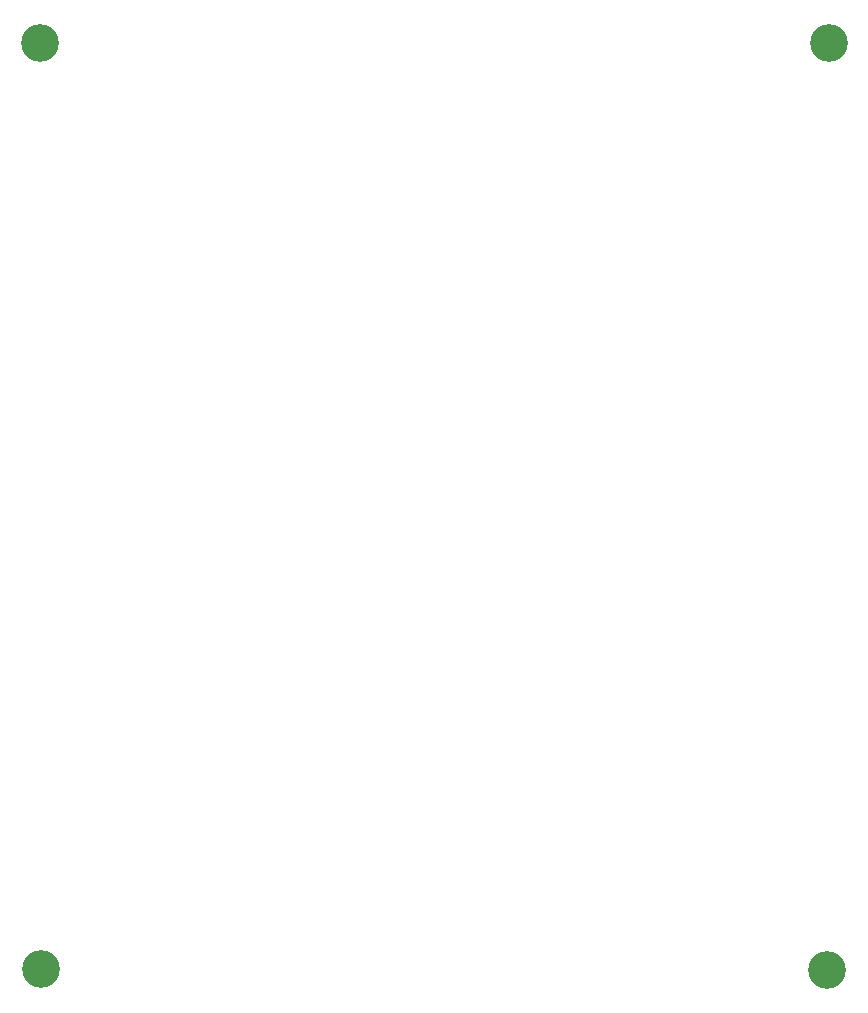
<source format=gbr>
%TF.GenerationSoftware,KiCad,Pcbnew,7.0.9*%
%TF.CreationDate,2024-02-23T12:55:03+05:30*%
%TF.ProjectId,Chg_Dschg Controller,4368675f-4473-4636-9867-20436f6e7472,rev?*%
%TF.SameCoordinates,Original*%
%TF.FileFunction,NonPlated,1,2,NPTH,Drill*%
%TF.FilePolarity,Positive*%
%FSLAX46Y46*%
G04 Gerber Fmt 4.6, Leading zero omitted, Abs format (unit mm)*
G04 Created by KiCad (PCBNEW 7.0.9) date 2024-02-23 12:55:03*
%MOMM*%
%LPD*%
G01*
G04 APERTURE LIST*
%TA.AperFunction,ComponentDrill*%
%ADD10C,3.200000*%
%TD*%
G04 APERTURE END LIST*
D10*
%TO.C,H1*%
X48563000Y-29150000D03*
%TO.C,H3*%
X48700000Y-107500000D03*
%TO.C,H4*%
X115250000Y-107616600D03*
%TO.C,H2*%
X115366000Y-29150000D03*
M02*

</source>
